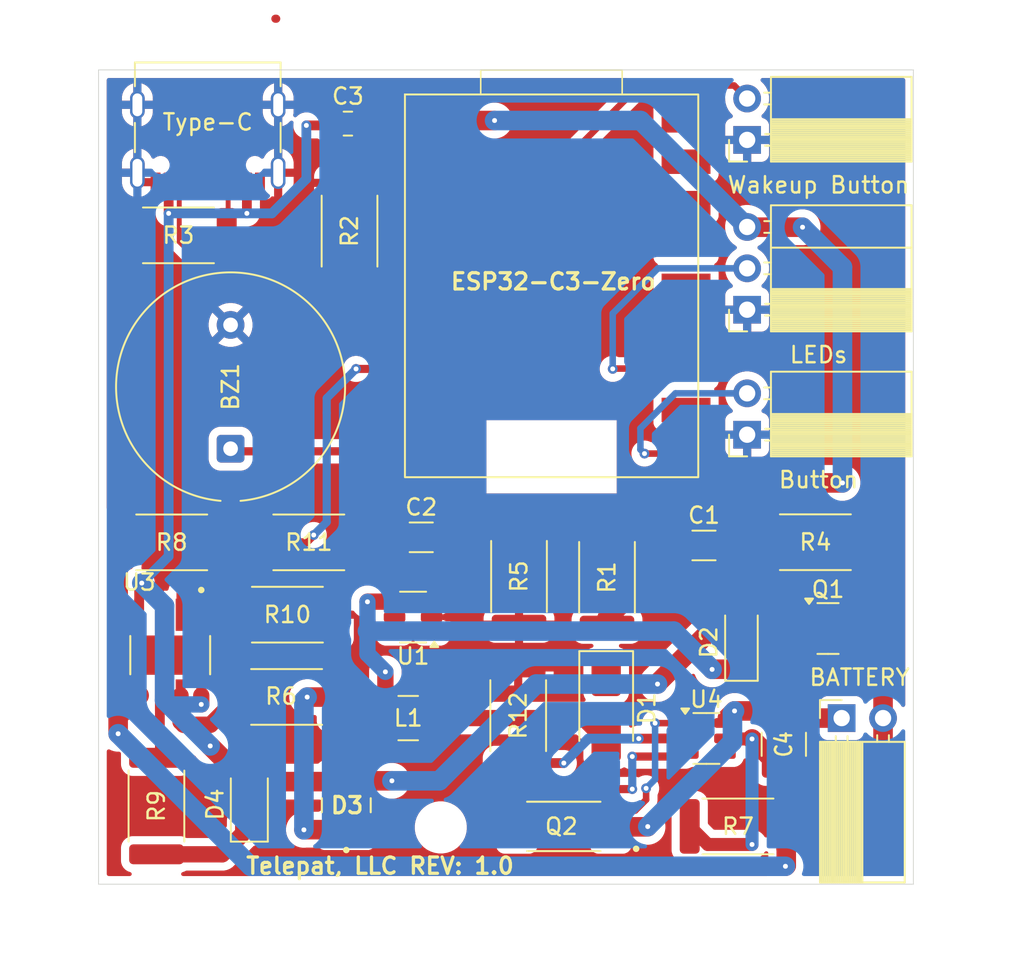
<source format=kicad_pcb>
(kicad_pcb (version 20241229) (generator "pcbnew") (generator_version "9.0")
  (layers (0 "F.Cu" signal) (2 "B.Cu" signal) (13 "F.Paste" user) (15 "B.Paste" user) (5 "F.SilkS" user "F.Silkscreen") (7 "B.SilkS" user "B.Silkscreen") (1 "F.Mask" user) (3 "B.Mask" user) (25 "Edge.Cuts" user))
  (net 0 "")
  (net 1 "/BUZ")
  (net 2 "GND")
  (net 3 "+5V")
  (net 4 "Net-(D2-K)")
  (net 5 "VUSB")
  (net 6 "Net-(J2-Pin_1)")
  (net 7 "Net-(U4-VCC)")
  (net 8 "Net-(D1-A)")
  (net 9 "Net-(D3-K)")
  (net 10 "Net-(D4-K)")
  (net 12 "Net-(J1-CC1)")
  (net 16 "Net-(J1-CC2)")
  (net 19 "/BUTTON")
  (net 20 "/LED_STRIP")
  (net 21 "/WAKEUP_BUT")
  (net 22 "VBAT")
  (net 24 "Net-(U4-OC)")
  (net 26 "Net-(U4-OD)")
  (net 27 "Net-(U1-FB)")
  (net 28 "Net-(U3-~{CHRG})")
  (net 29 "/BAT_MON")
  (net 30 "Net-(U3-~{STDBY})")
  (net 31 "Net-(U3-PROG)")
  (net 32 "Net-(U4-CS)")
  (footprint "waveshare-esp32:Waveshare-ESP32-C3-Zero" (layer "F.Cu") (at 131 94.1)
    (property "Reference" "ESP32-C3-Zero" (at 0.6 -0.01 0) (layer "F.SilkS") (effects (font (thickness 0.2) (bold yes))))
    (property "Value" "ESP32-C3-Zero")
    (pad "1" smd rect (at -7.74 -9.91) (size 3 1.5) (layers "F.Cu" "F.Mask" "F.Paste") (net 3 "+5V"))
    (pad "2" smd rect (at -7.74 -7.37) (size 3 1.5) (layers "F.Cu" "F.Mask" "F.Paste") (net 2 "GND"))
    (pad "3" smd rect (at -7.74 -4.83) (size 3 1.5) (layers "F.Cu" "F.Mask" "F.Paste"))
    (pad "4" smd rect (at -7.74 -2.29) (size 3 1.5) (layers "F.Cu" "F.Mask" "F.Paste"))
    (pad "5" smd rect (at -7.74 0.25) (size 3 1.5) (layers "F.Cu" "F.Mask" "F.Paste"))
    (pad "6" smd rect (at -7.74 2.79) (size 3 1.5) (layers "F.Cu" "F.Mask" "F.Paste") (net 21 "/WAKEUP_BUT"))
    (pad "7" smd rect (at -7.74 5.33) (size 3 1.5) (layers "F.Cu" "F.Mask" "F.Paste") (net 29 "/BAT_MON"))
    (pad "8" smd rect (at -7.74 7.87) (size 3 1.5) (layers "F.Cu" "F.Mask" "F.Paste"))
    (pad "9" smd rect (at -7.74 10.41) (size 3 1.5) (layers "F.Cu" "F.Mask" "F.Paste") (net 1 "/BUZ"))
    (pad "10" smd rect (at 8.75 10.41) (size 3 1.5) (layers "F.Cu" "F.Mask" "F.Paste") (net 19 "/BUTTON"))
    (pad "11" smd rect (at 8.75 7.87) (size 3 1.5) (layers "F.Cu" "F.Mask" "F.Paste"))
    (pad "12" smd rect (at 8.75 5.33) (size 3 1.5) (layers "F.Cu" "F.Mask" "F.Paste") (net 20 "/LED_STRIP"))
    (pad "13" smd rect (at 8.75 2.79) (size 3 1.5) (layers "F.Cu" "F.Mask" "F.Paste"))
    (pad "14" smd rect (at 8.75 0.25) (size 3 1.5) (layers "F.Cu" "F.Mask" "F.Paste"))
    (pad "15" smd rect (at 8.75 -2.29) (size 3 1.5) (layers "F.Cu" "F.Mask" "F.Paste"))
    (pad "16" smd rect (at 8.75 -4.83) (size 3 1.5) (layers "F.Cu" "F.Mask" "F.Paste"))
    (pad "17" smd rect (at 8.75 -7.37) (size 3 1.5) (layers "F.Cu" "F.Mask" "F.Paste"))
    (pad "18" smd rect (at 8.75 -9.91) (size 3 1.5) (layers "F.Cu" "F.Mask" "F.Paste"))
    (zone (net 0) (net_name "") (layers "F.Cu" "B.Cu") (connect_pads (clearance 0)) (min_thickness 0.25)
      (keepout (tracks not_allowed) (vias not_allowed) (pads not_allowed) (copperpour not_allowed) (footprints not_allowed))
      (fill (thermal_gap 0.5) (thermal_bridge_width 0.5))
      (polygon (pts (xy 127.5 102.6) (xy 135.5 102.6) (xy 135.5 107.1) (xy 127.5 107.1)))
    )
  )
  (footprint "Resistor_SMD:R_2512_6332Metric" (layer "F.Cu") (at 129.5 112.19 -90)
    (property "Reference" "R5" (at 0 0 90) (layer "F.SilkS"))
    (property "Value" "10K")
    (pad "1" smd roundrect (at -2.9625 0 270) (size 1.225 3.35) (layers "F.Cu" "F.Mask" "F.Paste") (roundrect_rratio 0.204082) (net 27 "Net-(U1-FB)"))
    (pad "2" smd roundrect (at 2.9625 0 270) (size 1.225 3.35) (layers "F.Cu" "F.Mask" "F.Paste") (roundrect_rratio 0.204082) (net 2 "GND"))
  )
  (footprint "Diode_SMD:D_SMA" (layer "F.Cu") (at 134.85 120.29 -90)
    (property "Reference" "D1" (at 0 -2.5 90) (layer "F.SilkS"))
    (property "Value" "SS34")
    (pad "1" smd roundrect (at -2 0 270) (size 2.5 1.8) (layers "F.Cu" "F.Mask" "F.Paste") (roundrect_rratio 0.1388888889) (net 3 "+5V"))
    (pad "2" smd roundrect (at 2 0 270) (size 2.5 1.8) (layers "F.Cu" "F.Mask" "F.Paste") (roundrect_rratio 0.1388888889) (net 8 "Net-(D1-A)"))
  )
  (footprint "Resistor_SMD:R_2512_6332Metric" (layer "F.Cu") (at 147.6875 110.09 180)
    (property "Reference" "R4" (at 0 0 0) (layer "F.SilkS"))
    (property "Value" "100k")
    (pad "1" smd roundrect (at -2.9625 0 180) (size 1.225 3.35) (layers "F.Cu" "F.Mask" "F.Paste") (roundrect_rratio 0.204082) (net 5 "VUSB"))
    (pad "2" smd roundrect (at 2.9625 0 180) (size 1.225 3.35) (layers "F.Cu" "F.Mask" "F.Paste") (roundrect_rratio 0.204082) (net 2 "GND"))
  )
  (footprint "Resistor_SMD:R_2512_6332Metric" (layer "F.Cu") (at 107.25 126.29 90)
    (property "Reference" "R9" (at 0 0 90) (layer "F.SilkS"))
    (property "Value" "1K")
    (pad "1" smd roundrect (at -2.9625 0 90) (size 1.225 3.35) (layers "F.Cu" "F.Mask" "F.Paste") (roundrect_rratio 0.204082) (net 10 "Net-(D4-K)"))
    (pad "2" smd roundrect (at 2.9625 0 90) (size 1.225 3.35) (layers "F.Cu" "F.Mask" "F.Paste") (roundrect_rratio 0.204082) (net 30 "Net-(U3-~{STDBY})"))
  )
  (footprint "Buzzer_Beeper:Indicator_PUI_AI-1440-TWT-24V-2-R" (layer "F.Cu") (at 111.8 104.35 90)
    (property "Reference" "BZ1" (at 3.8 0 90) (layer "F.SilkS"))
    (property "Value" "Buzzer")
    (pad "1" thru_hole roundrect (at 0 0 90) (size 1.7 1.7) (drill 0.9) (layers "*.Cu" "*.Mask") (roundrect_rratio 0.147) (net 1 "/BUZ"))
    (pad "2" thru_hole circle (at 7.6 0 90) (size 1.7 1.7) (drill 0.9) (layers "*.Cu" "*.Mask") (net 2 "GND"))
  )
  (footprint "LS-T676-Q1R2-1-Z:LED_LG_T671-L2N1-1-Z" (layer "F.Cu") (at 118.9 126.24 90)
    (property "Reference" "D3" (at -0.01 0.05 0) (layer "F.SilkS") (effects (font (thickness 0.2) (bold yes))))
    (property "Value" "RED")
    (pad "1" smd rect (at -1.5 0 90) (size 1.5 2.6) (layers "F.Cu" "F.Mask" "F.Paste") (net 9 "Net-(D3-K)"))
    (pad "2" smd rect (at 1.5 0 90) (size 1.5 2.6) (layers "F.Cu" "F.Mask" "F.Paste") (net 5 "VUSB"))
  )
  (footprint "Resistor_SMD:R_2512_6332Metric" (layer "F.Cu") (at 115.2375 119.59 180)
    (property "Reference" "R6" (at 0.3375 0.04 0) (layer "F.SilkS"))
    (property "Value" "1K")
    (pad "1" smd roundrect (at -2.9625 0 180) (size 1.225 3.35) (layers "F.Cu" "F.Mask" "F.Paste") (roundrect_rratio 0.204082) (net 9 "Net-(D3-K)"))
    (pad "2" smd roundrect (at 2.9625 0 180) (size 1.225 3.35) (layers "F.Cu" "F.Mask" "F.Paste") (roundrect_rratio 0.204082) (net 28 "Net-(U3-~{CHRG})"))
  )
  (footprint "Package_TO_SOT_SMD:SOT-23" (layer "F.Cu") (at 148.4625 115.39)
    (property "Reference" "Q1" (at 0 -2.4 0) (layer "F.SilkS"))
    (property "Value" "AO3401A")
    (pad "1" smd roundrect (at -0.9375 -0.95) (size 1.475 0.6) (layers "F.Cu" "F.Mask" "F.Paste") (net 5 "VUSB"))
    (pad "2" smd roundrect (at -0.9375 0.95) (size 1.475 0.6) (layers "F.Cu" "F.Mask" "F.Paste") (net 4 "Net-(D2-K)"))
    (pad "3" smd roundrect (at 0.9375 0) (size 1.475 0.6) (layers "F.Cu" "F.Mask" "F.Paste") (net 22 "VBAT"))
  )
  (footprint "Inductor_SMD:L_1210_3225Metric" (layer "F.Cu") (at 122.7 120.89)
    (property "Reference" "L1" (at 0 0 0) (layer "F.SilkS"))
    (property "Value" "22uH")
    (pad "1" smd roundrect (at -1.4 0) (size 1.25 2.65) (layers "F.Cu" "F.Mask" "F.Paste") (roundrect_rratio 0.2) (net 4 "Net-(D2-K)"))
    (pad "2" smd roundrect (at 1.4 0) (size 1.25 2.65) (layers "F.Cu" "F.Mask" "F.Paste") (roundrect_rratio 0.2) (net 8 "Net-(D1-A)"))
  )
  (footprint "FS8205A:SOP65P640X120-8N" (layer "F.Cu") (at 132.2475 127.54 180)
    (property "Reference" "Q2" (at 0.1475 0 0) (layer "F.SilkS"))
    (property "Value" "FS8205A")
    (pad "1" smd roundrect (at -2.88 -0.975 180) (size 1.56 0.4) (layers "F.Cu" "F.Mask" "F.Paste") (roundrect_rratio 0.125))
    (pad "2" smd roundrect (at -2.88 -0.325 180) (size 1.56 0.4) (layers "F.Cu" "F.Mask" "F.Paste") (roundrect_rratio 0.125) (net 6 "Net-(J2-Pin_1)"))
    (pad "3" smd roundrect (at -2.88 0.325 180) (size 1.56 0.4) (layers "F.Cu" "F.Mask" "F.Paste") (roundrect_rratio 0.125) (net 6 "Net-(J2-Pin_1)"))
    (pad "4" smd roundrect (at -2.88 0.975 180) (size 1.56 0.4) (layers "F.Cu" "F.Mask" "F.Paste") (roundrect_rratio 0.125) (net 26 "Net-(U4-OD)"))
    (pad "5" smd roundrect (at 2.88 0.975 180) (size 1.56 0.4) (layers "F.Cu" "F.Mask" "F.Paste") (roundrect_rratio 0.125) (net 24 "Net-(U4-OC)"))
    (pad "6" smd roundrect (at 2.88 0.325 180) (size 1.56 0.4) (layers "F.Cu" "F.Mask" "F.Paste") (roundrect_rratio 0.125) (net 2 "GND"))
    (pad "7" smd roundrect (at 2.88 -0.325 180) (size 1.56 0.4) (layers "F.Cu" "F.Mask" "F.Paste") (roundrect_rratio 0.125) (net 2 "GND"))
    (pad "8" smd roundrect (at 2.88 -0.975 180) (size 1.56 0.4) (layers "F.Cu" "F.Mask" "F.Paste") (roundrect_rratio 0.125))
  )
  (footprint "TP4056-42-ESOP8:SOIC127P600X175-9N" (layer "F.Cu") (at 108.095 117.025 -90)
    (property "Reference" "U3" (at -4.475 1.895 180) (layer "F.SilkS"))
    (property "Value" "TP4056-42-ESOP8")
    (pad "1" smd rect (at -2.475 -1.905 270) (size 1.97 0.6) (layers "F.Cu" "F.Mask" "F.Paste") (net 2 "GND"))
    (pad "2" smd rect (at -2.475 -0.635 270) (size 1.97 0.6) (layers "F.Cu" "F.Mask" "F.Paste") (net 31 "Net-(U3-PROG)"))
    (pad "3" smd rect (at -2.475 0.635 270) (size 1.97 0.6) (layers "F.Cu" "F.Mask" "F.Paste") (net 2 "GND"))
    (pad "4" smd rect (at -2.475 1.905 270) (size 1.97 0.6) (layers "F.Cu" "F.Mask" "F.Paste") (net 5 "VUSB"))
    (pad "5" smd rect (at 2.475 1.905 270) (size 1.97 0.6) (layers "F.Cu" "F.Mask" "F.Paste") (net 22 "VBAT"))
    (pad "6" smd rect (at 2.475 0.635 270) (size 1.97 0.6) (layers "F.Cu" "F.Mask" "F.Paste") (net 30 "Net-(U3-~{STDBY})"))
    (pad "7" smd rect (at 2.475 -0.635 270) (size 1.97 0.6) (layers "F.Cu" "F.Mask" "F.Paste") (net 28 "Net-(U3-~{CHRG})"))
    (pad "8" smd rect (at 2.475 -1.905 270) (size 1.97 0.6) (layers "F.Cu" "F.Mask" "F.Paste") (net 5 "VUSB"))
    (pad "9" smd rect (at 0 0 270) (size 2.413 3.302) (layers "F.Cu" "F.Mask") (net 2 "GND"))
  )
  (footprint "Resistor_SMD:R_2512_6332Metric" (layer "F.Cu") (at 142.9375 127.54)
    (property "Reference" "R7" (at 0 0 0) (layer "F.SilkS"))
    (property "Value" "100")
    (pad "1" smd roundrect (at -2.9625 0) (size 1.225 3.35) (layers "F.Cu" "F.Mask" "F.Paste") (roundrect_rratio 0.204082) (net 7 "Net-(U4-VCC)"))
    (pad "2" smd roundrect (at 2.9625 0) (size 1.225 3.35) (layers "F.Cu" "F.Mask" "F.Paste") (roundrect_rratio 0.204082) (net 22 "VBAT"))
  )
  (footprint "Connector_USB:USB_C_Receptacle_Palconn_UTC16-G" (layer "F.Cu") (at 110.4 85.475 180)
    (property "Reference" "Type-C" (at 0 1.175 0) (layer "F.SilkS"))
    (property "Value" "USB-C")
    (pad "" np_thru_hole circle (at -2.89 -1.45) (size 0.6 0.6) (drill 0.6) (layers "*.Cu" "*.Mask"))
    (pad "" np_thru_hole circle (at 2.89 -1.45) (size 0.6 0.6) (drill 0.6) (layers "*.Cu" "*.Mask"))
    (pad "A1" smd rect (at -3.2 -2.51 180) (size 0.6 1.16) (layers "F.Cu" "F.Mask" "F.Paste") (net 2 "GND"))
    (pad "A4" smd rect (at -2.4 -2.51 180) (size 0.6 1.16) (layers "F.Cu" "F.Mask" "F.Paste") (net 5 "VUSB"))
    (pad "A5" smd rect (at -1.25 -2.51) (size 0.3 1.16) (layers "F.Cu" "F.Mask" "F.Paste") (net 12 "Net-(J1-CC1)"))
    (pad "A6" smd rect (at -0.25 -2.51) (size 0.3 1.16) (layers "F.Cu" "F.Mask" "F.Paste"))
    (pad "A7" smd rect (at 0.25 -2.51) (size 0.3 1.16) (layers "F.Cu" "F.Mask" "F.Paste"))
    (pad "A8" smd rect (at 1.25 -2.51) (size 0.3 1.16) (layers "F.Cu" "F.Mask" "F.Paste"))
    (pad "A9" smd rect (at 2.4 -2.51 180) (size 0.6 1.16) (layers "F.Cu" "F.Mask" "F.Paste") (net 5 "VUSB"))
    (pad "A12" smd rect (at 3.2 -2.51 180) (size 0.6 1.16) (layers "F.Cu" "F.Mask" "F.Paste") (net 2 "GND"))
    (pad "B1" smd rect (at 3.2 -2.51 180) (size 0.6 1.16) (layers "F.Cu" "F.Mask" "F.Paste") (net 2 "GND"))
    (pad "B4" smd rect (at 2.4 -2.51 180) (size 0.6 1.16) (layers "F.Cu" "F.Mask" "F.Paste") (net 5 "VUSB"))
    (pad "B5" smd rect (at 1.75 -2.51) (size 0.3 1.16) (layers "F.Cu" "F.Mask" "F.Paste") (net 16 "Net-(J1-CC2)"))
    (pad "B6" smd rect (at 0.75 -2.51) (size 0.3 1.16) (layers "F.Cu" "F.Mask" "F.Paste"))
    (pad "B7" smd rect (at -0.75 -2.51) (size 0.3 1.16) (layers "F.Cu" "F.Mask" "F.Paste"))
    (pad "B8" smd rect (at -1.75 -2.51) (size 0.3 1.16) (layers "F.Cu" "F.Mask" "F.Paste"))
    (pad "B9" smd rect (at -2.4 -2.51 180) (size 0.6 1.16) (layers "F.Cu" "F.Mask" "F.Paste") (net 5 "VUSB"))
    (pad "B12" smd rect (at -3.2 -2.51 180) (size 0.6 1.16) (layers "F.Cu" "F.Mask" "F.Paste") (net 2 "GND"))
    (pad "S1" thru_hole oval (at -4.32 -1.93 270) (size 2 0.9) (drill oval 1.7 0.6) (property pad_prop_heatsink) (layers "*.Cu" "*.Mask") (net 2 "GND"))
    (pad "S1" thru_hole oval (at -4.32 2.24 270) (size 1.7 0.9) (drill oval 1.4 0.6) (property pad_prop_heatsink) (layers "*.Cu" "*.Mask") (net 2 "GND"))
    (pad "S1" thru_hole oval (at 4.32 -1.93 270) (size 2 0.9) (drill oval 1.7 0.6) (property pad_prop_heatsink) (layers "*.Cu" "*.Mask") (net 2 "GND"))
    (pad "S1" thru_hole oval (at 4.32 2.24 270) (size 1.7 0.9) (drill oval 1.4 0.6) (property pad_prop_heatsink) (layers "*.Cu" "*.Mask") (net 2 "GND"))
  )
  (footprint "Package_TO_SOT_SMD:SOT-23-6" (layer "F.Cu") (at 141 122.14)
    (property "Reference" "U4" (at 0 -2.4 0) (layer "F.SilkS"))
    (property "Value" "DW01A")
    (pad "1" smd roundrect (at -1.1375 -0.95) (size 1.325 0.6) (layers "F.Cu" "F.Mask" "F.Paste") (net 26 "Net-(U4-OD)"))
    (pad "2" smd roundrect (at -1.1375 0) (size 1.325 0.6) (layers "F.Cu" "F.Mask" "F.Paste") (net 32 "Net-(U4-CS)"))
    (pad "3" smd roundrect (at -1.1375 0.95) (size 1.325 0.6) (layers "F.Cu" "F.Mask" "F.Paste") (net 24 "Net-(U4-OC)"))
    (pad "4" smd roundrect (at 1.1375 0.95) (size 1.325 0.6) (layers "F.Cu" "F.Mask" "F.Paste"))
    (pad "5" smd roundrect (at 1.1375 0) (size 1.325 0.6) (layers "F.Cu" "F.Mask" "F.Paste") (net 7 "Net-(U4-VCC)"))
    (pad "6" smd roundrect (at 1.1375 -0.95) (size 1.325 0.6) (layers "F.Cu" "F.Mask" "F.Paste") (net 6 "Net-(J2-Pin_1)"))
  )
  (footprint "Resistor_SMD:R_2512_6332Metric" (layer "F.Cu") (at 115.2875 114.54 180)
    (property "Reference" "R10" (at 0 0 0) (layer "F.SilkS"))
    (property "Value" "3.9K")
    (pad "1" smd roundrect (at -2.9625 0 180) (size 1.225 3.35) (layers "F.Cu" "F.Mask" "F.Paste") (roundrect_rratio 0.204082) (net 2 "GND"))
    (pad "2" smd roundrect (at 2.9625 0 180) (size 1.225 3.35) (layers "F.Cu" "F.Mask" "F.Paste") (roundrect_rratio 0.204082) (net 31 "Net-(U3-PROG)"))
  )
  (footprint "Resistor_SMD:R_2512_6332Metric" (layer "F.Cu") (at 119.1 90.99 -90)
    (property "Reference" "R2" (at 0 0 90) (layer "F.SilkS"))
    (property "Value" "5.1k")
    (pad "1" smd roundrect (at -2.9625 0 270) (size 1.225 3.35) (layers "F.Cu" "F.Mask" "F.Paste") (roundrect_rratio 0.204082) (net 2 "GND"))
    (pad "2" smd roundrect (at 2.9625 0 270) (size 1.225 3.35) (layers "F.Cu" "F.Mask" "F.Paste") (roundrect_rratio 0.204082) (net 16 "Net-(J1-CC2)"))
  )
  (footprint "Package_TO_SOT_SMD:SOT-23-6" (layer "F.Cu") (at 123 114.69 180)
    (property "Reference" "U1" (at 0 -2.4 0) (layer "F.SilkS"))
    (property "Value" "MT3608")
    (pad "1" smd roundrect (at -1.1375 -0.95 180) (size 1.325 0.6) (layers "F.Cu" "F.Mask" "F.Paste") (net 8 "Net-(D1-A)"))
    (pad "2" smd roundrect (at -1.1375 0 180) (size 1.325 0.6) (layers "F.Cu" "F.Mask" "F.Paste") (net 2 "GND"))
    (pad "3" smd roundrect (at -1.1375 0.95 180) (size 1.325 0.6) (layers "F.Cu" "F.Mask" "F.Paste") (net 27 "Net-(U1-FB)"))
    (pad "4" smd roundrect (at 1.1375 0.95 180) (size 1.325 0.6) (layers "F.Cu" "F.Mask" "F.Paste") (net 4 "Net-(D2-K)"))
    (pad "5" smd roundrect (at 1.1375 0 180) (size 1.325 0.6) (layers "F.Cu" "F.Mask" "F.Paste") (net 4 "Net-(D2-K)"))
    (pad "6" smd roundrect (at 1.1375 -0.95 180) (size 1.325 0.6) (layers "F.Cu" "F.Mask" "F.Paste"))
  )
  (footprint "Diode_SMD:D_SOD-123" (layer "F.Cu") (at 143.15 116.24 90)
    (property "Reference" "D2" (at 0 -2 90) (layer "F.SilkS"))
    (property "Value" "MBR0520")
    (pad "1" smd roundrect (at -1.65 0 90) (size 0.9 1.2) (layers "F.Cu" "F.Mask" "F.Paste") (net 4 "Net-(D2-K)"))
    (pad "2" smd roundrect (at 1.65 0 90) (size 0.9 1.2) (layers "F.Cu" "F.Mask" "F.Paste") (net 5 "VUSB"))
  )
  (footprint "MountingHole:MountingHole_2.7mm_M2.5" (layer "F.Cu") (at 124.7 127.6)
    (property "Reference" "REF**" (hide yes))
    (property "Value" "MountingHole_2.7mm_M2.5")
    (pad "" np_thru_hole circle (at 0 0) (size 2.7 2.7) (drill 2.7) (layers "*.Cu" "*.Mask"))
  )
  (footprint "Capacitor_SMD:C_1210_3225Metric" (layer "F.Cu") (at 145.75 122.5 90)
    (property "Reference" "C4" (at 0 0 90) (layer "F.SilkS") (effects (font (size 1 0.8))))
    (property "Value" "0.1uF")
    (pad "1" smd roundrect (at -1.475 0 90) (size 1.15 2.7) (layers "F.Cu" "F.Mask" "F.Paste") (roundrect_rratio 0.217391) (net 7 "Net-(U4-VCC)"))
    (pad "2" smd roundrect (at 1.475 0 90) (size 1.15 2.7) (layers "F.Cu" "F.Mask" "F.Paste") (roundrect_rratio 0.217391) (net 6 "Net-(J2-Pin_1)"))
  )
  (footprint "Connector_PinSocket_2.54mm:PinSocket_1x03_P2.54mm_Horizontal" (layer "F.Cu") (at 143.5 95.815 180)
    (property "Reference" "LEDs" (at -4.38 -2.77 0) (layer "F.SilkS"))
    (property "Value" "WS2812B")
    (pad "1" thru_hole circle (at 0 5.08 180) (size 1.7 1.7) (drill 1) (layers "*.Cu" "*.Mask") (net 3 "+5V"))
    (pad "2" thru_hole circle (at 0 2.54 180) (size 1.7 1.7) (drill 1) (layers "*.Cu" "*.Mask") (net 20 "/LED_STRIP"))
    (pad "3" thru_hole rect (at 0 0 180) (size 1.7 1.7) (drill 1) (layers "*.Cu" "*.Mask") (net 2 "GND"))
  )
  (footprint "Capacitor_SMD:C_1206_3216Metric" (layer "F.Cu") (at 140.85 110.29)
    (property "Reference" "C1" (at 0 -1.85 0) (layer "F.SilkS"))
    (property "Value" "22uF")
    (pad "1" smd roundrect (at -1.475 0) (size 1.15 1.8) (layers "F.Cu" "F.Mask" "F.Paste") (roundrect_rratio 0.217391) (net 3 "+5V"))
    (pad "2" smd roundrect (at 1.475 0) (size 1.15 1.8) (layers "F.Cu" "F.Mask" "F.Paste") (roundrect_rratio 0.217391) (net 2 "GND"))
  )
  (footprint "Resistor_SMD:R_2512_6332Metric" (layer "F.Cu") (at 108.1875 110.1 180)
    (property "Reference" "R8" (at 0 0 0) (layer "F.SilkS"))
    (property "Value" "300")
    (pad "1" smd roundrect (at -2.9625 0 180) (size 1.225 3.35) (layers "F.Cu" "F.Mask" "F.Paste") (roundrect_rratio 0.204082) (net 29 "/BAT_MON"))
    (pad "2" smd roundrect (at 2.9625 0 180) (size 1.225 3.35) (layers "F.Cu" "F.Mask" "F.Paste") (roundrect_rratio 0.204082) (net 22 "VBAT"))
  )
  (footprint "Resistor_SMD:R_2512_6332Metric" (layer "F.Cu") (at 134.9 112.2525 90)
    (property "Reference" "R1" (at 0 0 90) (layer "F.SilkS"))
    (property "Value" "75К")
    (pad "1" smd roundrect (at -2.9625 0 90) (size 1.225 3.35) (layers "F.Cu" "F.Mask" "F.Paste") (roundrect_rratio 0.204082) (net 3 "+5V"))
    (pad "2" smd roundrect (at 2.9625 0 90) (size 1.225 3.35) (layers "F.Cu" "F.Mask" "F.Paste") (roundrect_rratio 0.204082) (net 27 "Net-(U1-FB)"))
  )
  (footprint "LED_SMD:LED_1206_3216Metric" (layer "F.Cu") (at 112.95 126.19 90)
    (property "Reference" "D4" (at 0 -2.1 90) (layer "F.SilkS"))
    (property "Value" "GREEN")
    (pad "1" smd roundrect (at -1.4 0 90) (size 1.25 1.75) (layers "F.Cu" "F.Mask" "F.Paste") (roundrect_rratio 0.2) (net 10 "Net-(D4-K)"))
    (pad "2" smd roundrect (at 1.4 0 90) (size 1.25 1.75) (layers "F.Cu" "F.Mask" "F.Paste") (roundrect_rratio 0.2) (net 5 "VUSB"))
  )
  (footprint "Connector_PinSocket_2.54mm:PinSocket_1x02_P2.54mm_Horizontal" (layer "F.Cu") (at 143.5 85.39 180)
    (property "Reference" "Wakeup Button" (at -4.38 -2.77 0) (layer "F.SilkS"))
    (property "Value" "Wakeup Button")
    (pad "1" thru_hole circle (at 0 2.54 180) (size 1.7 1.7) (drill 1) (layers "*.Cu" "*.Mask") (net 21 "/WAKEUP_BUT"))
    (pad "2" thru_hole rect (at 0 0 180) (size 1.7 1.7) (drill 1) (layers "*.Cu" "*.Mask") (net 2 "GND"))
  )
  (footprint "Capacitor_SMD:C_1206_3216Metric" (layer "F.Cu") (at 123.5 109.79)
    (property "Reference" "C2" (at 0 -1.85 0) (layer "F.SilkS"))
    (property "Value" "22uF")
    (pad "1" smd roundrect (at -1.475 0) (size 1.15 1.8) (layers "F.Cu" "F.Mask" "F.Paste") (roundrect_rratio 0.217391) (net 4 "Net-(D2-K)"))
    (pad "2" smd roundrect (at 1.475 0) (size 1.15 1.8) (layers "F.Cu" "F.Mask" "F.Paste") (roundrect_rratio 0.217391) (net 2 "GND"))
  )
  (footprint "Capacitor_SMD:C_0805_2012Metric" (layer "F.Cu") (at 119 84.39)
    (property "Reference" "C3" (at 0 -1.68 0) (layer "F.SilkS"))
    (property "Value" "10uF")
    (pad "1" smd roundrect (at -0.95 0) (size 1 1.45) (layers "F.Cu" "F.Mask" "F.Paste") (net 5 "VUSB"))
    (pad "2" smd roundrect (at 0.95 0) (size 1 1.45) (layers "F.Cu" "F.Mask" "F.Paste") (net 2 "GND"))
  )
  (footprint "Connector_PinSocket_2.54mm:PinSocket_1x02_P2.54mm_Horizontal" (layer "F.Cu") (at 143.5 103.49 180)
    (property "Reference" "Button" (at -4.38 -2.77 0) (layer "F.SilkS"))
    (property "Value" "Button")
    (pad "1" thru_hole circle (at 0 2.54 180) (size 1.7 1.7) (drill 1) (layers "*.Cu" "*.Mask") (net 19 "/BUTTON"))
    (pad "2" thru_hole rect (at 0 0 180) (size 1.7 1.7) (drill 1) (layers "*.Cu" "*.Mask") (net 2 "GND"))
  )
  (footprint "Resistor_SMD:R_2512_6332Metric" (layer "F.Cu") (at 116.6 110.1)
    (property "Reference" "R11" (at 0 0 0) (layer "F.SilkS"))
    (property "Value" "1k")
    (pad "1" smd roundrect (at -2.9625 0) (size 1.225 3.35) (layers "F.Cu" "F.Mask" "F.Paste") (roundrect_rratio 0.204082) (net 29 "/BAT_MON"))
    (pad "2" smd roundrect (at 2.9625 0) (size 1.225 3.35) (layers "F.Cu" "F.Mask" "F.Paste") (roundrect_rratio 0.204082) (net 2 "GND"))
  )
  (footprint "Resistor_SMD:R_2512_6332Metric" (layer "F.Cu") (at 129.45 120.74 90)
    (property "Reference" "R12" (at 0 0 90) (layer "F.SilkS"))
    (property "Value" "1K")
    (pad "1" smd roundrect (at -2.9625 0 90) (size 1.225 3.35) (layers "F.Cu" "F.Mask" "F.Paste") (roundrect_rratio 0.204082) (net 32 "Net-(U4-CS)"))
    (pad "2" smd roundrect (at 2.9625 0 90) (size 1.225 3.35) (layers "F.Cu" "F.Mask" "F.Paste") (roundrect_rratio 0.204082) (net 2 "GND"))
  )
  (footprint "Connector_PinSocket_2.54mm:PinSocket_1x02_P2.54mm_Horizontal" (layer "F.Cu") (at 149.3 120.89 90)
    (property "Reference" "BATTERY" (at 2.5 1.1 180) (layer "F.SilkS"))
    (property "Value" "BAT")
    (pad "B+" thru_hole circle (at 0 2.54 90) (size 1.7 1.7) (drill 1) (layers "*.Cu" "*.Mask") (net 22 "VBAT"))
    (pad "B-" thru_hole rect (at 0 0 90) (size 1.7 1.7) (drill 1) (layers "*.Cu" "*.Mask") (net 6 "Net-(J2-Pin_1)"))
  )
  (footprint "Resistor_SMD:R_2512_6332Metric" (layer "F.Cu") (at 108.6 91.25)
    (property "Reference" "R3" (at 0 0 0) (layer "F.SilkS"))
    (property "Value" "5.1k")
    (pad "1" smd roundrect (at -2.9625 0) (size 1.225 3.35) (layers "F.Cu" "F.Mask" "F.Paste") (roundrect_rratio 0.204082) (net 2 "GND"))
    (pad "2" smd roundrect (at 2.9625 0) (size 1.225 3.35) (layers "F.Cu" "F.Mask" "F.Paste") (roundrect_rratio 0.204082) (net 12 "Net-(J1-CC1)"))
  )
  (gr_line (start 153.7 131.09) (end 153.7 81.09) (stroke (width 0.05)) (layer "Edge.Cuts"))
  (gr_line (start 103.7 131.09) (end 153.7 131.09) (stroke (width 0.05)) (layer "Edge.Cuts"))
  (gr_line (start 153.7 81.09) (end 103.7 81.09) (stroke (width 0.05)) (layer "Edge.Cuts"))
  (gr_line (start 103.7 81.09) (end 103.7 131.09) (stroke (width 0.05)) (layer "Edge.Cuts"))
  (gr_text "Telepat, LLC REV: 1.0" (at 112.65 130.55 0) (layer "F.SilkS") (effects (font (size 1 1) (thickness 0.2) (bold yes)) (justify left bottom)))
  (segment (start 114.6 77.95) (end 114.55 77.95) (width 0.5) (layer "F.Cu") (net 0))
  (segment (start 123.26 104.51) (end 111.96 104.51) (width 0.5) (layer "F.Cu") (net 1))
  (segment (start 111.96 104.51) (end 111.8 104.35) (width 0.5) (layer "F.Cu") (net 1))
  (segment (start 129.3675 127.865) (end 127.915 127.865) (width 0.4) (layer "F.Cu") (net 2))
  (segment (start 108.095 117.025) (end 110.625 117.025) (width 1.5) (layer "F.Cu") (net 2))
  (segment (start 130.865 127.865) (end 130.9 127.9) (width 0.4) (layer "F.Cu") (net 2))
  (segment (start 127.915 127.865) (end 127.9 127.85) (width 0.4) (layer "F.Cu") (net 2))
  (segment (start 129.3675 127.215) (end 127.915 127.215) (width 0.4) (layer "F.Cu") (net 2))
  (segment (start 110.625 117.025) (end 110.7 117.1) (width 1.5) (layer "F.Cu") (net 2))
  (segment (start 129.3675 127.215) (end 130.765 127.215) (width 0.4) (layer "F.Cu") (net 2))
  (segment (start 123.26 86.73) (end 126.38 86.73) (width 1.5) (layer "F.Cu") (net 2))
  (segment (start 129.3675 127.865) (end 130.865 127.865) (width 0.4) (layer "F.Cu") (net 2))
  (segment (start 139.375 110.29) (end 143.215 106.45) (width 1.2) (layer "F.Cu") (net 3))
  (segment (start 143.215 106.45) (end 149.35 106.45) (width 1.2) (layer "F.Cu") (net 3))
  (segment (start 128 84.2) (end 123.27 84.2) (width 1.2) (layer "F.Cu") (net 3))
  (segment (start 146.9 90.75) (end 143.515 90.75) (width 1.2) (layer "F.Cu") (net 3))
  (segment (start 143.515 90.75) (end 143.5 90.735) (width 1.2) (layer "F.Cu") (net 3))
  (segment (start 134.9 115.215) (end 134.9 114.765) (width 1.2) (layer "F.Cu") (net 3))
  (segment (start 134.9 114.765) (end 139.375 110.29) (width 1.2) (layer "F.Cu") (net 3))
  (segment (start 123.27 84.2) (end 123.26 84.19) (width 1.2) (layer "F.Cu") (net 3))
  (via (at 149.35 106.45) (size 0.6) (drill 0.3) (layers "F.Cu" "B.Cu") (net 3))
  (via (at 146.9 90.75) (size 0.6) (drill 0.3) (layers "F.Cu" "B.Cu") (net 3))
  (via (at 128 84.2) (size 0.6) (drill 0.3) (layers "F.Cu" "B.Cu") (net 3))
  (segment (start 136.965 84.2) (end 128 84.2) (width 1.2) (layer "B.Cu") (net 3))
  (segment (start 143.5 90.735) (end 136.965 84.2) (width 1.2) (layer "B.Cu") (net 3))
  (segment (start 149.35 106.45) (end 149.35 93.2) (width 1.2) (layer "B.Cu") (net 3))
  (segment (start 149.35 93.2) (end 146.9 90.75) (width 1.2) (layer "B.Cu") (net 3))
  (segment (start 143.15 117.89) (end 141.36 117.89) (width 1.2) (layer "F.Cu") (net 4))
  (segment (start 121.8625 113.74) (end 120.21 113.74) (width 1) (layer "F.Cu") (net 4))
  (segment (start 141.36 117.89) (end 141.35 117.9) (width 1.2) (layer "F.Cu") (net 4))
  (segment (start 121.8625 109.9525) (end 122.025 109.79) (width 1) (layer "F.Cu") (net 4))
  (segment (start 120.21 113.74) (end 120.2 113.75) (width 1) (layer "F.Cu") (net 4))
  (segment (start 143.15 117.89) (end 145.975 117.89) (width 1.2) (layer "F.Cu") (net 4))
  (segment (start 145.975 117.89) (end 147.328528 116.536472) (width 1.2) (layer "F.Cu") (net 4))
  (segment (start 121.8625 113.74) (end 121.8625 114.639) (width 1) (layer "F.Cu") (net 4))
  (segment (start 121.3 118.05) (end 121.3 120.89) (width 1) (layer "F.Cu") (net 4))
  (segment (start 121.8625 113.74) (end 121.8625 109.9525) (width 1) (layer "F.Cu") (net 4))
  (via (at 120.2 113.75) (size 0.6) (drill 0.3) (layers "F.Cu" "B.Cu") (net 4))
  (via (at 121.3 118.05) (size 0.6) (drill 0.3) (layers "F.Cu" "B.Cu") (net 4))
  (via (at 141.35 117.9) (size 0.6) (drill 0.3) (layers "F.Cu" "B.Cu") (net 4))
  (segment (start 120.2 116.95) (end 121.3 118.05) (width 1) (layer "B.Cu") (net 4))
  (segment (start 120.2 115.55) (end 120.2 116.95) (width 1) (layer "B.Cu") (net 4))
  (segment (start 139 115.55) (end 120.2 115.55) (width 1.2) (layer "B.Cu") (net 4))
  (segment (start 120.2 113.75) (end 120.2 115.55) (width 1) (layer "B.Cu") (net 4))
  (segment (start 141.35 117.9) (end 139 115.55) (width 1.2) (layer "B.Cu") (net 4))
  (segment (start 116.45 84.5) (end 117.94 84.5) (width 0.6) (layer "F.Cu") (net 5))
  (segment (start 117.94 84.5) (end 118.05 84.39) (width 0.6) (layer "F.Cu") (net 5))
  (segment (start 143.496472 114.243528) (end 147.328528 114.243528) (width 1.2) (layer "F.Cu") (net 5))
  (segment (start 121.7 124.74) (end 118.9 124.74) (width 1.2) (layer "F.Cu") (net 5))
  (segment (start 112.95 124.79) (end 112.74 124.79) (width 1.2) (layer "F.Cu") (net 5))
  (segment (start 110 119.5) (end 110 120.05) (width 1) (layer "F.Cu") (net 5))
  (segment (start 112.74 124.79) (end 110.55 122.6) (width 1.2) (layer "F.Cu") (net 5))
  (segment (start 112.8 89.9) (end 112.8 87.985) (width 0.6) (layer "F.Cu") (net 5))
  (segment (start 138 118.75) (end 142.16 114.59) (width 1.2) (layer "F.Cu") (net 5))
  (segment (start 112.95 124.79) (end 118.85 124.79) (width 1.2) (layer "F.Cu") (net 5))
  (segment (start 106.19 114.55) (end 106.19 112.76) (width 0.6) (layer "F.Cu") (net 5))
  (segment (start 106.19 112.76) (end 106.35 112.6) (width 0.6) (layer "F.Cu") (net 5))
  (segment (start 142.16 114.59) (end 143.15 114.59) (width 1.2) (layer "F.Cu") (net 5))
  (segment (start 108 87.985) (end 108 89.9) (width 0.6) (layer "F.Cu") (net 5))
  (segment (start 150.65 110.09) (end 147.328528 113.411472) (width 1.2) (layer "F.Cu") (net 5))
  (segment (start 147.328528 113.411472) (end 147.328528 114.243528) (width 1.2) (layer "F.Cu") (net 5))
  (segment (start 118.85 124.79) (end 118.9 124.74) (width 1.2) (layer "F.Cu") (net 5))
  (segment (start 138 118.8) (end 138 118.75) (width 1.2) (layer "F.Cu") (net 5))
  (segment (start 143.15 114.59) (end 143.496472 114.243528) (width 1.2) (layer "F.Cu") (net 5))
  (via (at 116.45 84.5) (size 0.6) (drill 0.3) (layers "F.Cu" "B.Cu") (net 5))
  (via (at 121.7 124.74) (size 0.6) (drill 0.3) (layers "F.Cu" "B.Cu") (net 5))
  (via (at 138 118.8) (size 0.6) (drill 0.3) (layers "F.Cu" "B.Cu") (net 5))
  (via (at 110.55 122.6) (size 0.6) (drill 0.3) (layers "F.Cu" "B.Cu") (net 5))
  (via (at 110 120.05) (size 0.6) (drill 0.3) (layers "F.Cu" "B.Cu") (net 5))
  (via (at 112.8 89.9) (size 0.6) (drill 0.3) (layers "F.Cu" "B.Cu") (net 5))
  (via (at 108 89.9) (size 0.6) (drill 0.3) (layers "F.Cu" "B.Cu") (net 5))
  (via (at 106.35 112.6) (size 0.6) (drill 0.3) (layers "F.Cu" "B.Cu") (net 5))
  (segment (start 107.75 114) (end 106.35 112.6) (width 1.2) (layer "B.Cu") (net 5))
  (segment (start 121.7 124.74) (end 124.61 124.74) (width 1.2) (layer "B.Cu") (net 5))
  (segment (start 108 89.9) (end 108 110.95) (width 0.6) (layer "B.Cu") (net 5))
  (segment (start 110 120.05) (end 108 120.05) (width 1) (layer "B.Cu") (net 5))
  (segment (start 112.8 89.9) (end 114.334958 89.9) (width 0.6) (layer "B.Cu") (net 5))
  (segment (start 130.55 118.8) (end 138 118.8) (width 1.2) (layer "B.Cu") (net 5))
  (segment (start 108 120.05) (end 107.75 119.8) (width 1) (layer "B.Cu") (net 5))
  (segment (start 108 89.9) (end 112.8 89.9) (width 0.6) (layer "B.Cu") (net 5))
  (segment (start 108 110.95) (end 106.35 112.6) (width 0.6) (layer "B.Cu") (net 5))
  (segment (start 116.45 87.784958) (end 116.45 84.5) (width 0.6) (layer "B.Cu") (net 5))
  (segment (start 114.334958 89.9) (end 116.45 87.784958) (width 0.6) (layer "B.Cu") (net 5))
  (segment (start 110.55 122.6) (end 107.75 119.8) (width 1.2) (layer "B.Cu") (net 5))
  (segment (start 124.61 124.74) (end 130.55 118.8) (width 1.2) (layer "B.Cu") (net 5))
  (segment (start 107.75 119.8) (end 107.75 114) (width 1.2) (layer "B.Cu") (net 5))
  (segment (start 149.3 120.89) (end 145.885 120.89) (width 1.2) (layer "F.Cu") (net 6))
  (segment (start 145.885 120.89) (end 145.75 121.025) (width 1.2) (layer "F.Cu") (net 6))
  (segment (start 135.964382 127.865) (end 136.263382 127.566) (width 0.5) (layer "F.Cu") (net 6))
  (segment (start 135.1275 127.215) (end 135.912382 127.215) (width 0.5) (layer "F.Cu") (net 6))
  (segment (start 135.912382 127.215) (end 136.263382 127.566) (width 0.5) (layer "F.Cu") (net 6))
  (segment (start 135.1275 127.865) (end 135.964382 127.865) (width 0.5) (layer "F.Cu") (net 6))
  (segment (start 137.384 127.566) (end 136.263382 127.566) (width 1.2) (layer "F.Cu") (net 6))
  (segment (start 145.175 120.45) (end 142.7265 120.45) (width 1.2) (layer "F.Cu") (net 6))
  (segment (start 142.7265 120.45) (end 142.2865 120.89) (width 1.2) (layer "F.Cu") (net 6))
  (segment (start 145.75 121.025) (end 145.175 120.45) (width 1.2) (layer "F.Cu") (net 6))
  (via (at 137.4 127.55) (size 0.6) (drill 0.3) (layers "F.Cu" "B.Cu") (net 6))
  (via (at 142.7265 120.45) (size 0.6) (drill 0.3) (layers "F.Cu" "B.Cu") (net 6))
  (segment (start 142.599 122.351) (end 137.4 127.55) (width 1.2) (layer "B.Cu") (net 6))
  (segment (start 142.599 120.5775) (end 142.599 122.351) (width 1.2) (layer "B.Cu") (net 6))
  (segment (start 142.7265 120.45) (end 142.599 120.5775) (width 1.2) (layer "B.Cu") (net 6))
  (segment (start 145.75 123.975) (end 145.605 123.975) (width 1.2) (layer "F.Cu") (net 7))
  (segment (start 142.70497 122.17) (end 142.68597 122.189) (width 0.8) (layer "F.Cu") (net 7))
  (segment (start 141.085 128.65) (end 143.8 128.65) (width 0.8) (layer "F.Cu") (net 7))
  (segment (start 145.605 123.975) (end 143.8 122.17) (width 1.2) (layer "F.Cu") (net 7))
  (segment (start 139.975 127.54) (end 141.085 128.65) (width 0.8) (layer "F.Cu") (net 7))
  (segment (start 143.8 122.17) (end 142.70497 122.17) (width 0.8) (layer "F.Cu") (net 7))
  (via (at 143.8 122.17) (size 0.6) (drill 0.3) (layers "F.Cu" "B.Cu") (net 7))
  (via (at 143.8 128.65) (size 0.6) (drill 0.3) (layers "F.Cu" "B.Cu") (net 7))
  (segment (start 143.8 128.65) (end 143.8 122.17) (width 0.8) (layer "B.Cu") (net 7))
  (segment (start 134.85 122.29) (end 133.45 120.89) (width 1) (layer "F.Cu") (net 8))
  (segment (start 133.45 120.89) (end 124.1 120.89) (width 1) (layer "F.Cu") (net 8))
  (segment (start 116.31 127.74) (end 116.3 127.75) (width 1.2) (layer "F.Cu") (net 9))
  (segment (start 118.9 127.74) (end 116.31 127.74) (width 1.2) (layer "F.Cu") (net 9))
  (segment (start 116.5 119.6) (end 118.19 119.6) (width 1.2) (layer "F.Cu") (net 9))
  (segment (start 118.19 119.6) (end 118.2 119.59) (width 1.2) (layer "F.Cu") (net 9))
  (via (at 116.3 127.75) (size 0.6) (drill 0.3) (layers "F.Cu" "B.Cu") (net 9))
  (via (at 116.5 119.6) (size 0.6) (drill 0.3) (layers "F.Cu" "B.Cu") (net 9))
  (segment (start 116.3 127.75) (end 116.3 119.8) (width 1.2) (layer "B.Cu") (net 9))
  (segment (start 116.3 119.8) (end 116.5 119.6) (width 1.2) (layer "B.Cu") (net 9))
  (segment (start 107.25 129.2525) (end 111.2875 129.2525) (width 1) (layer "F.Cu") (net 10))
  (segment (start 111.2875 129.2525) (end 112.95 127.59) (width 1) (layer "F.Cu") (net 10))
  (segment (start 111.65 87.985) (end 111.65 91.1625) (width 0.3) (layer "F.Cu") (net 12))
  (segment (start 111.65 91.1625) (end 111.5625 91.25) (width 0.3) (layer "F.Cu") (net 12))
  (segment (start 108.65 87.985) (end 108.65 91.65) (width 0.3) (layer "F.Cu") (net 16))
  (segment (start 108.65 91.65) (end 110.9525 93.9525) (width 0.3) (layer "F.Cu") (net 16))
  (segment (start 110.9525 93.9525) (end 119.1 93.9525) (width 0.3) (layer "F.Cu") (net 16))
  (segment (start 137.2 104.65) (end 139.61 104.65) (width 0.4) (layer "F.Cu") (net 19))
  (segment (start 139.61 104.65) (end 139.75 104.51) (width 0.4) (layer "F.Cu") (net 19))
  (via (at 137.2 104.65) (size 0.6) (drill 0.3) (layers "F.Cu" "B.Cu") (net 19))
  (segment (start 136.95 104.4) (end 136.95 103.1) (width 0.4) (layer "B.Cu") (net 19))
  (segment (start 139.1 100.95) (end 143.5 100.95) (width 0.4) (layer "B.Cu") (net 19))
  (segment (start 136.95 103.1) (end 139.1 100.95) (width 0.4) (layer "B.Cu") (net 19))
  (segment (start 137.2 104.65) (end 136.95 104.4) (width 0.4) (layer "B.Cu") (net 19))
  (segment (start 135.25 99.45) (end 135.27 99.43) (width 0.4) (layer "F.Cu") (net 20))
  (segment (start 135.27 99.43) (end 139.75 99.43) (width 0.4) (layer "F.Cu") (net 20))
  (via (at 135.25 99.45) (size 0.6) (drill 0.3) (layers "F.Cu" "B.Cu") (net 20))
  (segment (start 135.25 96.05) (end 135.25 99.45) (width 0.4) (layer "B.Cu") (net 20))
  (segment (start 138.025 93.275) (end 135.25 96.05) (width 0.4) (layer "B.Cu") (net 20))
  (segment (start 143.5 93.275) (end 138.025 93.275) (width 0.4) (layer "B.Cu") (net 20))
  (segment (start 126.71 96.89) (end 131.3 92.3) (width 0.4) (layer "F.Cu") (net 21))
  (segment (start 123.26 96.89) (end 126.71 96.89) (width 0.4) (layer "F.Cu") (net 21))
  (segment (start 131.3 92.3) (end 131.3 87.65) (width 0.4) (layer "F.Cu") (net 21))
  (segment (start 131.3 87.65) (end 136.9 82.05) (width 0.4) (layer "F.Cu") (net 21))
  (segment (start 142.7 82.05) (end 143.5 82.85) (width 0.4) (layer "F.Cu") (net 21))
  (segment (start 136.9 82.05) (end 142.7 82.05) (width 0.4) (layer "F.Cu") (net 21))
  (segment (start 151.84 123.252) (end 147.552 127.54) (width 1.2) (layer "F.Cu") (net 22))
  (segment (start 151.84 117.437056) (end 149.792944 115.39) (width 1.2) (layer "F.Cu") (net 22))
  (segment (start 145.9 127.54) (end 145.9 129.939) (width 1.2) (layer "F.Cu") (net 22))
  (segment (start 104.9 120.79) (end 104.9 110.425) (width 1.2) (layer "F.Cu") (net 22))
  (segment (start 104.9 110.425) (end 105.225 110.1) (width 1.2) (layer "F.Cu") (net 22))
  (segment (start 104.9 120.79) (end 106.19 119.5) (width 1.2) (layer "F.Cu") (net 22))
  (segment (start 151.84 120.89) (end 151.84 117.437056) (width 1.2) (layer "F.Cu") (net 22))
  (segment (start 147.552 127.54) (end 145.9 127.54) (width 1.2) (layer "F.Cu") (net 22))
  (segment (start 151.84 120.89) (end 151.84 123.252) (width 1.2) (layer "F.Cu") (net 22))
  (segment (start 104.9 121.85) (end 104.9 120.79) (width 1.2) (layer "F.Cu") (net 22))
  (segment (start 145.9 129.939) (end 145.85 129.989) (width 1.2) (layer "F.Cu") (net 22))
  (via (at 104.9 121.85) (size 0.6) (drill 0.3) (layers "F.Cu" "B.Cu") (net 22))
  (via (at 145.85 129.989) (size 0.6) (drill 0.3) (layers "F.Cu" "B.Cu") (net 22))
  (segment (start 145.85 129.989) (end 113.039 129.989) (width 1.2) (layer "B.Cu") (net 22))
  (segment (start 113.039 129.989) (end 104.9 121.85) (width 1.2) (layer "B.Cu") (net 22))
  (segment (start 130.6825 125.25) (end 136.45 125.25) (width 0.5) (layer "F.Cu") (net 24))
  (segment (start 129.3675 126.565) (end 130.6825 125.25) (width 0.5) (layer "F.Cu") (net 24))
  (segment (start 136.45 123.25) (end 139.7025 123.25) (width 0.5) (layer "F.Cu") (net 24))
  (segment (start 139.7025 123.25) (end 139.8625 123.09) (width 0.5) (layer "F.Cu") (net 24))
  (via (at 136.45 125.25) (size 0.6) (drill 0.3) (layers "F.Cu" "B.Cu") (net 24))
  (via (at 136.45 123.25) (size 0.6) (drill 0.3) (layers "F.Cu" "B.Cu") (net 24))
  (segment (start 136.45 125.25) (end 136.45 123.25) (width 0.5) (layer "B.Cu") (net 24))
  (segment (start 139.8525 121.2) (end 139.8625 121.19) (width 0.4) (layer "F.Cu") (net 26))
  (segment (start 136.635 126.565) (end 135.1275 126.565) (width 0.4) (layer "F.Cu") (net 26))
  (segment (start 137.85 121.2) (end 139.8525 121.2) (width 0.4) (layer "F.Cu") (net 26))
  (segment (start 137.3 125.9) (end 136.635 126.565) (width 0.4) (layer "F.Cu") (net 26))
  (segment (start 137.3 125.2) (end 137.3 125.9) (width 0.4) (layer "F.Cu") (net 26))
  (via (at 137.3 125.2) (size 0.6) (drill 0.3) (layers "F.Cu" "B.Cu") (net 26))
  (via (at 137.85 121.2) (size 0.6) (drill 0.3) (layers "F.Cu" "B.Cu") (net 26))
  (segment (start 137.3 125.2) (end 137.85 124.65) (width 0.4) (layer "B.Cu") (net 26))
  (segment (start 137.85 124.65) (end 137.85 121.2) (width 0.4) (layer "B.Cu") (net 26))
  (segment (start 128.3225 109.2275) (end 124.1375 113.4125) (width 1.2) (layer "F.Cu") (net 27))
  (segment (start 134.8375 109.2275) (end 134.9 109.29) (width 1.2) (layer "F.Cu") (net 27))
  (segment (start 124.1375 113.4125) (end 124.1375 113.589) (width 1.2) (layer "F.Cu") (net 27))
  (segment (start 129.5 109.2275) (end 134.8375 109.2275) (width 1.2) (layer "F.Cu") (net 27))
  (segment (start 129.5 109.2275) (end 128.3225 109.2275) (width 1.2) (layer "F.Cu") (net 27))
  (segment (start 108.916 121.299) (end 110.566 121.299) (width 1) (layer "F.Cu") (net 28))
  (segment (start 110.566 121.299) (end 112.275 119.59) (width 1) (layer "F.Cu") (net 28))
  (segment (start 108.73 121.113) (end 108.916 121.299) (width 1) (layer "F.Cu") (net 28))
  (segment (start 108.73 119.5) (end 108.73 121.113) (width 1) (layer "F.Cu") (net 28))
  (segment (start 116.45 110.1) (end 116.9 109.65) (width 0.5) (layer "F.Cu") (net 29))
  (segment (start 111.15 110.1) (end 113.6375 110.1) (width 0.5) (layer "F.Cu") (net 29))
  (segment (start 113.6375 110.1) (end 116.45 110.1) (width 0.5) (layer "F.Cu") (net 29))
  (segment (start 123.24 99.45) (end 123.26 99.43) (width 0.5) (layer "F.Cu") (net 29))
  (segment (start 119.5 99.45) (end 123.24 99.45) (width 0.5) (layer "F.Cu") (net 29))
  (via (at 116.9 109.65) (size 0.6) (drill 0.3) (layers "F.Cu" "B.Cu") (net 29))
  (via (at 119.5 99.45) (size 0.6) (drill 0.3) (layers "F.Cu" "B.Cu") (net 29))
  (segment (start 116.9 109.65) (end 117.7 108.85) (width 0.5) (layer "B.Cu") (net 29))
  (segment (start 117.7 108.85) (end 117.7 102.15) (width 0.5) (layer "B.Cu") (net 29))
  (segment (start 117.7 102.15) (end 117.7 101.25) (width 0.5) (layer "B.Cu") (net 29))
  (segment (start 117.7 101.25) (end 119.5 99.45) (width 0.5) (layer "B.Cu") (net 29))
  (segment (start 107.46 119.5) (end 107.46 123.1175) (width 0.6) (layer "F.Cu") (net 30))
  (segment (start 107.46 123.1175) (end 107.25 123.3275) (width 0.6) (layer "F.Cu") (net 30))
  (segment (start 112.325 113.725) (end 112.325 114.54) (width 0.5) (layer "F.Cu") (net 31))
  (segment (start 108.73 113.12) (end 109.55 112.3) (width 0.5) (layer "F.Cu") (net 31))
  (segment (start 108.73 114.55) (end 108.73 113.12) (width 0.5) (layer "F.Cu") (net 31))
  (segment (start 109.55 112.3) (end 110.9 112.3) (width 0.5) (layer "F.Cu") (net 31))
  (segment (start 110.9 112.3) (end 112.325 113.725) (width 0.5) (layer "F.Cu") (net 31))
  (segment (start 132.25 123.65) (end 129.5025 123.65) (width 0.6) (layer "F.Cu") (net 32))
  (segment (start 136.85 122.15) (end 137.75 122.15) (width 0.6) (layer "F.Cu") (net 32))
  (segment (start 137.75 122.15) (end 137.76 122.14) (width 0.6) (layer "F.Cu") (net 32))
  (segment (start 137.76 122.14) (end 139.8625 122.14) (width 0.6) (layer "F.Cu") (net 32))
  (segment (start 129.5025 123.65) (end 129.45 123.7025) (width 0.6) (layer "F.Cu") (net 32))
  (via (at 132.25 123.65) (size 0.6) (drill 0.3) (layers "F.Cu" "B.Cu") (net 32))
  (via (at 136.85 122.15) (size 0.6) (drill 0.3) (layers "F.Cu" "B.Cu") (net 32))
  (segment (start 136.85 122.15) (end 133.75 122.15) (width 0.6) (layer "B.Cu") (net 32))
  (segment (start 133.75 122.15) (end 132.25 123.65) (width 0.6) (layer "B.Cu") (net 32))
  (zone (net 2) (net_name "GND") (layers "F.Cu" "B.Cu") (connect_pads (clearance 0.5)) (min_thickness 0.25) (fill yes (thermal_gap 0.5) (thermal_bridge_width 0.5))
    (polygon (pts (xy 97.65 76.8) (xy 160.5 76.95) (xy 160.5 136.9) (xy 97.75 136.7)))
  )
)
</source>
